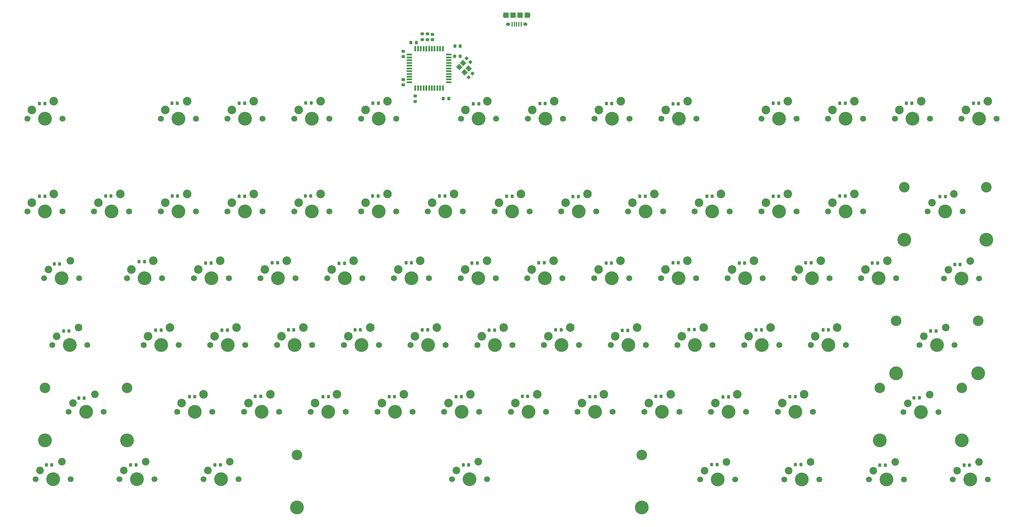
<source format=gbr>
%TF.GenerationSoftware,KiCad,Pcbnew,8.0.3*%
%TF.CreationDate,2024-06-29T11:43:37-07:00*%
%TF.ProjectId,CustomKeyboard,43757374-6f6d-44b6-9579-626f6172642e,rev?*%
%TF.SameCoordinates,Original*%
%TF.FileFunction,Soldermask,Bot*%
%TF.FilePolarity,Negative*%
%FSLAX46Y46*%
G04 Gerber Fmt 4.6, Leading zero omitted, Abs format (unit mm)*
G04 Created by KiCad (PCBNEW 8.0.3) date 2024-06-29 11:43:37*
%MOMM*%
%LPD*%
G01*
G04 APERTURE LIST*
G04 Aperture macros list*
%AMRoundRect*
0 Rectangle with rounded corners*
0 $1 Rounding radius*
0 $2 $3 $4 $5 $6 $7 $8 $9 X,Y pos of 4 corners*
0 Add a 4 corners polygon primitive as box body*
4,1,4,$2,$3,$4,$5,$6,$7,$8,$9,$2,$3,0*
0 Add four circle primitives for the rounded corners*
1,1,$1+$1,$2,$3*
1,1,$1+$1,$4,$5*
1,1,$1+$1,$6,$7*
1,1,$1+$1,$8,$9*
0 Add four rect primitives between the rounded corners*
20,1,$1+$1,$2,$3,$4,$5,0*
20,1,$1+$1,$4,$5,$6,$7,0*
20,1,$1+$1,$6,$7,$8,$9,0*
20,1,$1+$1,$8,$9,$2,$3,0*%
%AMRotRect*
0 Rectangle, with rotation*
0 The origin of the aperture is its center*
0 $1 length*
0 $2 width*
0 $3 Rotation angle, in degrees counterclockwise*
0 Add horizontal line*
21,1,$1,$2,0,0,$3*%
G04 Aperture macros list end*
%ADD10C,1.750000*%
%ADD11C,4.000000*%
%ADD12C,2.500000*%
%ADD13RoundRect,0.218750X0.218750X0.256250X-0.218750X0.256250X-0.218750X-0.256250X0.218750X-0.256250X0*%
%ADD14C,1.700000*%
%ADD15C,2.200000*%
%ADD16RoundRect,0.225000X0.250000X-0.225000X0.250000X0.225000X-0.250000X0.225000X-0.250000X-0.225000X0*%
%ADD17RoundRect,0.225000X0.335876X0.017678X0.017678X0.335876X-0.335876X-0.017678X-0.017678X-0.335876X0*%
%ADD18R,0.400000X1.350000*%
%ADD19O,0.890000X1.550000*%
%ADD20R,1.200000X1.550000*%
%ADD21O,1.250000X0.950000*%
%ADD22R,1.500000X1.550000*%
%ADD23C,3.050000*%
%ADD24RoundRect,0.225000X0.225000X0.250000X-0.225000X0.250000X-0.225000X-0.250000X0.225000X-0.250000X0*%
%ADD25RoundRect,0.225000X-0.017678X0.335876X-0.335876X0.017678X0.017678X-0.335876X0.335876X-0.017678X0*%
%ADD26RoundRect,0.225000X-0.250000X0.225000X-0.250000X-0.225000X0.250000X-0.225000X0.250000X0.225000X0*%
%ADD27RoundRect,0.225000X-0.225000X-0.250000X0.225000X-0.250000X0.225000X0.250000X-0.225000X0.250000X0*%
%ADD28RoundRect,0.200000X0.275000X-0.200000X0.275000X0.200000X-0.275000X0.200000X-0.275000X-0.200000X0*%
%ADD29R,0.550000X1.500000*%
%ADD30R,1.500000X0.550000*%
%ADD31RoundRect,0.200000X-0.275000X0.200000X-0.275000X-0.200000X0.275000X-0.200000X0.275000X0.200000X0*%
%ADD32RotRect,1.400000X1.200000X315.000000*%
%ADD33RoundRect,0.200000X0.200000X0.275000X-0.200000X0.275000X-0.200000X-0.275000X0.200000X-0.275000X0*%
G04 APERTURE END LIST*
D10*
%TO.C,SW_M1*%
X196670000Y-131100000D03*
D11*
X201750000Y-131100000D03*
D10*
X206830000Y-131100000D03*
D12*
X197940000Y-128560000D03*
X204290000Y-126020000D03*
%TD*%
D13*
%TO.C,D45*%
X119387500Y-41400000D03*
X117812500Y-41400000D03*
%TD*%
D10*
%TO.C,SW_F10*%
X269320000Y-46000000D03*
D11*
X274400000Y-46000000D03*
D10*
X279480000Y-46000000D03*
D12*
X270590000Y-43460000D03*
X276940000Y-40920000D03*
%TD*%
D10*
%TO.C,SW_F4*%
X133870000Y-46000000D03*
D11*
X138950000Y-46000000D03*
D10*
X144030000Y-46000000D03*
D12*
X135140000Y-43460000D03*
X141490000Y-40920000D03*
%TD*%
D14*
%TO.C,SW_LALT1*%
X88220000Y-150600000D03*
D11*
X93300000Y-150600000D03*
D14*
X98380000Y-150600000D03*
D15*
X95840000Y-145520000D03*
X89490000Y-148060000D03*
%TD*%
D10*
%TO.C,SW_0*%
X230620000Y-72900000D03*
D11*
X235700000Y-72900000D03*
D10*
X240780000Y-72900000D03*
D12*
X231890000Y-70360000D03*
X238240000Y-67820000D03*
%TD*%
D13*
%TO.C,D21*%
X165075000Y-146500000D03*
X163500000Y-146500000D03*
%TD*%
%TO.C,D13*%
X240387500Y-126800000D03*
X238812500Y-126800000D03*
%TD*%
D10*
%TO.C,SW_U1*%
X182120000Y-92300000D03*
D11*
X187200000Y-92300000D03*
D10*
X192280000Y-92300000D03*
D12*
X183390000Y-89760000D03*
X189740000Y-87220000D03*
%TD*%
D13*
%TO.C,D39*%
X254987500Y-68500000D03*
X253412500Y-68500000D03*
%TD*%
%TO.C,D67*%
X283687500Y-87900000D03*
X282112500Y-87900000D03*
%TD*%
D10*
%TO.C,SW_F6*%
X182245000Y-46000000D03*
D11*
X187325000Y-46000000D03*
D10*
X192405000Y-46000000D03*
D12*
X183515000Y-43460000D03*
X189865000Y-40920000D03*
%TD*%
D10*
%TO.C,SW_\u002C1*%
X216020000Y-131100000D03*
D11*
X221100000Y-131100000D03*
D10*
X226180000Y-131100000D03*
D12*
X217290000Y-128560000D03*
X223640000Y-126020000D03*
%TD*%
D13*
%TO.C,D53*%
X293587500Y-41500000D03*
X292012500Y-41500000D03*
%TD*%
D10*
%TO.C,SW_[1*%
X259520000Y-92300000D03*
D11*
X264600000Y-92300000D03*
D10*
X269680000Y-92300000D03*
D12*
X260790000Y-89760000D03*
X267140000Y-87220000D03*
%TD*%
D13*
%TO.C,D54*%
X312987500Y-41500000D03*
X311412500Y-41500000D03*
%TD*%
D16*
%TO.C,C3*%
X146100000Y-36175000D03*
X146100000Y-34625000D03*
%TD*%
D13*
%TO.C,D3*%
X85687500Y-126700000D03*
X84112500Y-126700000D03*
%TD*%
D10*
%TO.C,SW_H1*%
X167570000Y-111700000D03*
D11*
X172650000Y-111700000D03*
D10*
X177730000Y-111700000D03*
D12*
X168840000Y-109160000D03*
X175190000Y-106620000D03*
%TD*%
D13*
%TO.C,D23*%
X261387500Y-146400000D03*
X259812500Y-146400000D03*
%TD*%
%TO.C,D48*%
X187287500Y-41600000D03*
X185712500Y-41600000D03*
%TD*%
D10*
%TO.C,SW_P1*%
X240170000Y-92300000D03*
D11*
X245250000Y-92300000D03*
D10*
X250330000Y-92300000D03*
D12*
X241440000Y-89760000D03*
X247790000Y-87220000D03*
%TD*%
D13*
%TO.C,D26*%
X310287500Y-146600000D03*
X308712500Y-146600000D03*
%TD*%
%TO.C,D73*%
X133687500Y-107300000D03*
X132112500Y-107300000D03*
%TD*%
%TO.C,D49*%
X206587500Y-41600000D03*
X205012500Y-41600000D03*
%TD*%
D17*
%TO.C,C2*%
X165600000Y-29600000D03*
X164503984Y-28503984D03*
%TD*%
D13*
%TO.C,D51*%
X254987500Y-41500000D03*
X253412500Y-41500000D03*
%TD*%
D10*
%TO.C,SW_F5*%
X162895000Y-46000000D03*
D11*
X167975000Y-46000000D03*
D10*
X173055000Y-46000000D03*
D12*
X164165000Y-43460000D03*
X170515000Y-40920000D03*
%TD*%
D10*
%TO.C,SW_L1*%
X225620000Y-111700000D03*
D11*
X230700000Y-111700000D03*
D10*
X235780000Y-111700000D03*
D12*
X226890000Y-109160000D03*
X233240000Y-106620000D03*
%TD*%
D13*
%TO.C,D59*%
X129087500Y-88000000D03*
X127512500Y-88000000D03*
%TD*%
%TO.C,D46*%
X138887500Y-41500000D03*
X137312500Y-41500000D03*
%TD*%
D18*
%TO.C,J1*%
X177675000Y-18600000D03*
X178325000Y-18600000D03*
X178975000Y-18600000D03*
X179625000Y-18600000D03*
X180275000Y-18600000D03*
D19*
X175475000Y-15900000D03*
D20*
X176075000Y-15900000D03*
D21*
X176475000Y-18600000D03*
D22*
X177975000Y-15900000D03*
X179975000Y-15900000D03*
D21*
X181475000Y-18600000D03*
D20*
X181875000Y-15900000D03*
D19*
X182475000Y-15900000D03*
%TD*%
D13*
%TO.C,D62*%
X186987500Y-87800000D03*
X185412500Y-87800000D03*
%TD*%
D10*
%TO.C,SW_I1*%
X201470000Y-92300000D03*
D11*
X206550000Y-92300000D03*
D10*
X211630000Y-92300000D03*
D12*
X202740000Y-89760000D03*
X209090000Y-87220000D03*
%TD*%
D13*
%TO.C,D47*%
X167987500Y-41700000D03*
X166412500Y-41700000D03*
%TD*%
%TO.C,D20*%
X119287500Y-68400000D03*
X117712500Y-68400000D03*
%TD*%
D10*
%TO.C,SW_A1*%
X70820000Y-111700000D03*
D11*
X75900000Y-111700000D03*
D10*
X80980000Y-111700000D03*
D12*
X72090000Y-109160000D03*
X78440000Y-106620000D03*
%TD*%
D10*
%TO.C,SW_F8*%
X220945000Y-46000000D03*
D11*
X226025000Y-46000000D03*
D10*
X231105000Y-46000000D03*
D12*
X222215000Y-43460000D03*
X228565000Y-40920000D03*
%TD*%
D23*
%TO.C,SW_SPACE1*%
X115300000Y-143642500D03*
D11*
X115300000Y-158882500D03*
D14*
X160220000Y-150642500D03*
D11*
X165300000Y-150642500D03*
D14*
X170380000Y-150642500D03*
D23*
X215300000Y-143642500D03*
D11*
X215300000Y-158882500D03*
D15*
X167840000Y-145562500D03*
X161490000Y-148102500D03*
%TD*%
D10*
%TO.C,SW_W1*%
X85370000Y-92300000D03*
D11*
X90450000Y-92300000D03*
D10*
X95530000Y-92300000D03*
D12*
X86640000Y-89760000D03*
X92990000Y-87220000D03*
%TD*%
D13*
%TO.C,D10*%
X80687500Y-68400000D03*
X79112500Y-68400000D03*
%TD*%
%TO.C,D16*%
X295787500Y-127000000D03*
X294212500Y-127000000D03*
%TD*%
D10*
%TO.C,SW_V1*%
X138620000Y-131100000D03*
D11*
X143700000Y-131100000D03*
D10*
X148780000Y-131100000D03*
D12*
X139890000Y-128560000D03*
X146240000Y-126020000D03*
%TD*%
D10*
%TO.C,SW_ESC1*%
X37120000Y-46000000D03*
D11*
X42200000Y-46000000D03*
D10*
X47280000Y-46000000D03*
D12*
X38390000Y-43460000D03*
X44740000Y-40920000D03*
%TD*%
D10*
%TO.C,SW_6*%
X153220000Y-72900000D03*
D11*
X158300000Y-72900000D03*
D10*
X163380000Y-72900000D03*
D12*
X154490000Y-70360000D03*
X160840000Y-67820000D03*
%TD*%
D13*
%TO.C,D75*%
X172587500Y-107400000D03*
X171012500Y-107400000D03*
%TD*%
D10*
%TO.C,SW_N1*%
X177320000Y-131100000D03*
D11*
X182400000Y-131100000D03*
D10*
X187480000Y-131100000D03*
D12*
X178590000Y-128560000D03*
X184940000Y-126020000D03*
%TD*%
D13*
%TO.C,D9*%
X182187500Y-126600000D03*
X180612500Y-126600000D03*
%TD*%
%TO.C,D58*%
X109675000Y-87800000D03*
X108100000Y-87800000D03*
%TD*%
D10*
%TO.C,SW_4*%
X114520000Y-72900000D03*
D11*
X119600000Y-72900000D03*
D10*
X124680000Y-72900000D03*
D12*
X115790000Y-70360000D03*
X122140000Y-67820000D03*
%TD*%
D13*
%TO.C,D15*%
X259787500Y-126700000D03*
X258212500Y-126700000D03*
%TD*%
D14*
%TO.C,SW_LCTRL1*%
X39520000Y-150600000D03*
D11*
X44600000Y-150600000D03*
D14*
X49680000Y-150600000D03*
D15*
X47140000Y-145520000D03*
X40790000Y-148060000D03*
%TD*%
D14*
%TO.C,SW_RCTRL1*%
X305420000Y-150700000D03*
D11*
X310500000Y-150700000D03*
D14*
X315580000Y-150700000D03*
D15*
X313040000Y-145620000D03*
X306690000Y-148160000D03*
%TD*%
D10*
%TO.C,SW_F7*%
X201595000Y-46000000D03*
D11*
X206675000Y-46000000D03*
D10*
X211755000Y-46000000D03*
D12*
X202865000Y-43460000D03*
X209215000Y-40920000D03*
%TD*%
D14*
%TO.C,SW_TAB1*%
X41920000Y-92300000D03*
D11*
X47000000Y-92300000D03*
D14*
X52080000Y-92300000D03*
D15*
X49540000Y-87220000D03*
X43190000Y-89760000D03*
%TD*%
D24*
%TO.C,C6*%
X148325000Y-23900000D03*
X149875000Y-23900000D03*
%TD*%
D10*
%TO.C,SW_FKEY1*%
X128870000Y-111700000D03*
D11*
X133950000Y-111700000D03*
D10*
X139030000Y-111700000D03*
D12*
X130140000Y-109160000D03*
X136490000Y-106620000D03*
%TD*%
D13*
%TO.C,D66*%
X264375000Y-87800000D03*
X262800000Y-87800000D03*
%TD*%
D14*
%TO.C,SW_RALT1*%
X232220000Y-150700000D03*
D11*
X237300000Y-150700000D03*
D14*
X242380000Y-150700000D03*
D15*
X239840000Y-145620000D03*
X233490000Y-148160000D03*
%TD*%
D13*
%TO.C,D65*%
X245087500Y-87900000D03*
X243512500Y-87900000D03*
%TD*%
D25*
%TO.C,C1*%
X166148008Y-32851992D03*
X165051992Y-33948008D03*
%TD*%
D10*
%TO.C,SW_.1*%
X235370000Y-131100000D03*
D11*
X240450000Y-131100000D03*
D10*
X245530000Y-131100000D03*
D12*
X236640000Y-128560000D03*
X242990000Y-126020000D03*
%TD*%
D13*
%TO.C,D1*%
X42187500Y-68500000D03*
X40612500Y-68500000D03*
%TD*%
D26*
%TO.C,C7*%
X146100000Y-26425000D03*
X146100000Y-27975000D03*
%TD*%
D10*
%TO.C,SW_F9*%
X249970000Y-46000000D03*
D11*
X255050000Y-46000000D03*
D10*
X260130000Y-46000000D03*
D12*
X251240000Y-43460000D03*
X257590000Y-40920000D03*
%TD*%
D23*
%TO.C,SW_BACK1*%
X291380000Y-65900000D03*
D11*
X291380000Y-81140000D03*
D14*
X298200000Y-72900000D03*
D11*
X303280000Y-72900000D03*
D14*
X308360000Y-72900000D03*
D23*
X315180000Y-65900000D03*
D11*
X315180000Y-81140000D03*
D15*
X305820000Y-67820000D03*
X299470000Y-70360000D03*
%TD*%
D10*
%TO.C,SW_7*%
X172570000Y-72900000D03*
D11*
X177650000Y-72900000D03*
D10*
X182730000Y-72900000D03*
D12*
X173840000Y-70360000D03*
X180190000Y-67820000D03*
%TD*%
D10*
%TO.C,SW_/1*%
X254720000Y-131100000D03*
D11*
X259800000Y-131100000D03*
D10*
X264880000Y-131100000D03*
D12*
X255990000Y-128560000D03*
X262340000Y-126020000D03*
%TD*%
D13*
%TO.C,D14*%
X100087500Y-68500000D03*
X98512500Y-68500000D03*
%TD*%
D10*
%TO.C,SW_F1*%
X75820000Y-46000000D03*
D11*
X80900000Y-46000000D03*
D10*
X85980000Y-46000000D03*
D12*
X77090000Y-43460000D03*
X83440000Y-40920000D03*
%TD*%
D10*
%TO.C,SW_S1*%
X90170000Y-111700000D03*
D11*
X95250000Y-111700000D03*
D10*
X100330000Y-111700000D03*
D12*
X91440000Y-109160000D03*
X97790000Y-106620000D03*
%TD*%
D10*
%TO.C,SW_F3*%
X114520000Y-46000000D03*
D11*
X119600000Y-46000000D03*
D10*
X124680000Y-46000000D03*
D12*
X115790000Y-43460000D03*
X122140000Y-40920000D03*
%TD*%
D13*
%TO.C,D25*%
X138787500Y-68400000D03*
X137212500Y-68400000D03*
%TD*%
%TO.C,D71*%
X95087500Y-107400000D03*
X93512500Y-107400000D03*
%TD*%
D14*
%TO.C,SW_CAPS1*%
X44300000Y-111680000D03*
D11*
X49380000Y-111680000D03*
D14*
X54460000Y-111680000D03*
D15*
X51920000Y-106600000D03*
X45570000Y-109140000D03*
%TD*%
D13*
%TO.C,D37*%
X216287500Y-68500000D03*
X214712500Y-68500000D03*
%TD*%
D10*
%TO.C,SW_3*%
X95170000Y-72900000D03*
D11*
X100250000Y-72900000D03*
D10*
X105330000Y-72900000D03*
D12*
X96440000Y-70360000D03*
X102790000Y-67820000D03*
%TD*%
D27*
%TO.C,C4*%
X157721000Y-40132000D03*
X159271000Y-40132000D03*
%TD*%
D13*
%TO.C,D81*%
X300587500Y-107600000D03*
X299012500Y-107600000D03*
%TD*%
D28*
%TO.C,R13*%
X151600000Y-23025000D03*
X151600000Y-21375000D03*
%TD*%
D13*
%TO.C,D42*%
X42187500Y-41600000D03*
X40612500Y-41600000D03*
%TD*%
D29*
%TO.C,U1*%
X149600000Y-25700000D03*
X150400000Y-25700000D03*
X151200000Y-25700000D03*
X152000000Y-25700000D03*
X152800000Y-25700000D03*
X153600000Y-25700000D03*
X154400000Y-25700000D03*
X155200000Y-25700000D03*
X156000000Y-25700000D03*
X156800000Y-25700000D03*
X157600000Y-25700000D03*
D30*
X159300000Y-27400000D03*
X159300000Y-28200000D03*
X159300000Y-29000000D03*
X159300000Y-29800000D03*
X159300000Y-30600000D03*
X159300000Y-31400000D03*
X159300000Y-32200000D03*
X159300000Y-33000000D03*
X159300000Y-33800000D03*
X159300000Y-34600000D03*
X159300000Y-35400000D03*
D29*
X157600000Y-37100000D03*
X156800000Y-37100000D03*
X156000000Y-37100000D03*
X155200000Y-37100000D03*
X154400000Y-37100000D03*
X153600000Y-37100000D03*
X152800000Y-37100000D03*
X152000000Y-37100000D03*
X151200000Y-37100000D03*
X150400000Y-37100000D03*
X149600000Y-37100000D03*
D30*
X147900000Y-35400000D03*
X147900000Y-34600000D03*
X147900000Y-33800000D03*
X147900000Y-33000000D03*
X147900000Y-32200000D03*
X147900000Y-31400000D03*
X147900000Y-30600000D03*
X147900000Y-29800000D03*
X147900000Y-29000000D03*
X147900000Y-28200000D03*
X147900000Y-27400000D03*
%TD*%
D13*
%TO.C,D63*%
X206487500Y-87900000D03*
X204912500Y-87900000D03*
%TD*%
D23*
%TO.C,SW_ENTER1*%
X288980000Y-104700000D03*
D11*
X288980000Y-119940000D03*
D14*
X295800000Y-111700000D03*
D11*
X300880000Y-111700000D03*
D14*
X305960000Y-111700000D03*
D23*
X312780000Y-104700000D03*
D11*
X312780000Y-119940000D03*
D15*
X303420000Y-106620000D03*
X297070000Y-109160000D03*
%TD*%
D13*
%TO.C,D11*%
X201775000Y-126700000D03*
X200200000Y-126700000D03*
%TD*%
%TO.C,D64*%
X225887500Y-87800000D03*
X224312500Y-87800000D03*
%TD*%
D10*
%TO.C,SW_-1*%
X249970000Y-72900000D03*
D11*
X255050000Y-72900000D03*
D10*
X260130000Y-72900000D03*
D12*
X251240000Y-70360000D03*
X257590000Y-67820000D03*
%TD*%
D10*
%TO.C,SW_Q1*%
X66020000Y-92300000D03*
D11*
X71100000Y-92300000D03*
D10*
X76180000Y-92300000D03*
D12*
X67290000Y-89760000D03*
X73640000Y-87220000D03*
%TD*%
D13*
%TO.C,D38*%
X235687500Y-68500000D03*
X234112500Y-68500000D03*
%TD*%
D10*
%TO.C,SW_1*%
X56470000Y-72900000D03*
D11*
X61550000Y-72900000D03*
D10*
X66630000Y-72900000D03*
D12*
X57740000Y-70360000D03*
X64090000Y-67820000D03*
%TD*%
D10*
%TO.C,SW_E1*%
X104720000Y-92300000D03*
D11*
X109800000Y-92300000D03*
D10*
X114880000Y-92300000D03*
D12*
X105990000Y-89760000D03*
X112340000Y-87220000D03*
%TD*%
D13*
%TO.C,D68*%
X307587500Y-88300000D03*
X306012500Y-88300000D03*
%TD*%
%TO.C,D18*%
X68587500Y-146500000D03*
X67012500Y-146500000D03*
%TD*%
%TO.C,D76*%
X191887500Y-107300000D03*
X190312500Y-107300000D03*
%TD*%
D14*
%TO.C,SW_LWIN1*%
X63820000Y-150600000D03*
D11*
X68900000Y-150600000D03*
D14*
X73980000Y-150600000D03*
D15*
X71440000Y-145520000D03*
X65090000Y-148060000D03*
%TD*%
D13*
%TO.C,D17*%
X44187500Y-146500000D03*
X42612500Y-146500000D03*
%TD*%
%TO.C,D60*%
X148487500Y-87800000D03*
X146912500Y-87800000D03*
%TD*%
%TO.C,D72*%
X114375000Y-107300000D03*
X112800000Y-107300000D03*
%TD*%
%TO.C,D52*%
X274287500Y-41500000D03*
X272712500Y-41500000D03*
%TD*%
%TO.C,D6*%
X124387500Y-126700000D03*
X122812500Y-126700000D03*
%TD*%
%TO.C,D77*%
X211187500Y-107500000D03*
X209612500Y-107500000D03*
%TD*%
D10*
%TO.C,SW_B1*%
X157970000Y-131100000D03*
D11*
X163050000Y-131100000D03*
D10*
X168130000Y-131100000D03*
D12*
X159240000Y-128560000D03*
X165590000Y-126020000D03*
%TD*%
D13*
%TO.C,D43*%
X80587500Y-41500000D03*
X79012500Y-41500000D03*
%TD*%
D10*
%TO.C,SW_T1*%
X143420000Y-92300000D03*
D11*
X148500000Y-92300000D03*
D10*
X153580000Y-92300000D03*
D12*
X144690000Y-89760000D03*
X151040000Y-87220000D03*
%TD*%
D13*
%TO.C,D50*%
X225887500Y-41700000D03*
X224312500Y-41700000D03*
%TD*%
%TO.C,D80*%
X269387500Y-107300000D03*
X267812500Y-107300000D03*
%TD*%
D10*
%TO.C,SW_J1*%
X186920000Y-111700000D03*
D11*
X192000000Y-111700000D03*
D10*
X197080000Y-111700000D03*
D12*
X188190000Y-109160000D03*
X194540000Y-106620000D03*
%TD*%
D13*
%TO.C,D4*%
X104787500Y-126600000D03*
X103212500Y-126600000D03*
%TD*%
%TO.C,D57*%
X90387500Y-87900000D03*
X88812500Y-87900000D03*
%TD*%
%TO.C,D40*%
X274275000Y-68400000D03*
X272700000Y-68400000D03*
%TD*%
D14*
%TO.C,SW_RC1*%
X281120000Y-150700000D03*
D11*
X286200000Y-150700000D03*
D14*
X291280000Y-150700000D03*
D15*
X288740000Y-145620000D03*
X282390000Y-148160000D03*
%TD*%
D10*
%TO.C,SW_F12*%
X308020000Y-46000000D03*
D11*
X313100000Y-46000000D03*
D10*
X318180000Y-46000000D03*
D12*
X309290000Y-43460000D03*
X315640000Y-40920000D03*
%TD*%
D13*
%TO.C,D5*%
X61375000Y-68400000D03*
X59800000Y-68400000D03*
%TD*%
%TO.C,D22*%
X237087500Y-146400000D03*
X235512500Y-146400000D03*
%TD*%
%TO.C,D41*%
X303287500Y-68600000D03*
X301712500Y-68600000D03*
%TD*%
%TO.C,D69*%
X49187500Y-107600000D03*
X47612500Y-107600000D03*
%TD*%
D10*
%TO.C,SW_'1*%
X264320000Y-111700000D03*
D11*
X269400000Y-111700000D03*
D10*
X274480000Y-111700000D03*
D12*
X265590000Y-109160000D03*
X271940000Y-106620000D03*
%TD*%
D10*
%TO.C,SW_9*%
X211270000Y-72900000D03*
D11*
X216350000Y-72900000D03*
D10*
X221430000Y-72900000D03*
D12*
X212540000Y-70360000D03*
X218890000Y-67820000D03*
%TD*%
D13*
%TO.C,D36*%
X196887500Y-68600000D03*
X195312500Y-68600000D03*
%TD*%
D10*
%TO.C,SW_8*%
X191920000Y-72900000D03*
D11*
X197000000Y-72900000D03*
D10*
X202080000Y-72900000D03*
D12*
X193190000Y-70360000D03*
X199540000Y-67820000D03*
%TD*%
D13*
%TO.C,D35*%
X177687500Y-68500000D03*
X176112500Y-68500000D03*
%TD*%
%TO.C,D12*%
X220887500Y-126600000D03*
X219312500Y-126600000D03*
%TD*%
D10*
%TO.C,SW_5*%
X133870000Y-72900000D03*
D11*
X138950000Y-72900000D03*
D10*
X144030000Y-72900000D03*
D12*
X135140000Y-70360000D03*
X141490000Y-67820000D03*
%TD*%
D14*
%TO.C,SW_\u005C1*%
X302920000Y-92400000D03*
D11*
X308000000Y-92400000D03*
D14*
X313080000Y-92400000D03*
D15*
X310540000Y-87320000D03*
X304190000Y-89860000D03*
%TD*%
D10*
%TO.C,SW_O1*%
X220820000Y-92300000D03*
D11*
X225900000Y-92300000D03*
D10*
X230980000Y-92300000D03*
D12*
X222090000Y-89760000D03*
X228440000Y-87220000D03*
%TD*%
D13*
%TO.C,D79*%
X249987500Y-107300000D03*
X248412500Y-107300000D03*
%TD*%
D10*
%TO.C,SW_;1*%
X244970000Y-111700000D03*
D11*
X250050000Y-111700000D03*
D10*
X255130000Y-111700000D03*
D12*
X246240000Y-109160000D03*
X252590000Y-106620000D03*
%TD*%
D13*
%TO.C,D44*%
X100087500Y-41500000D03*
X98512500Y-41500000D03*
%TD*%
D10*
%TO.C,SW_K1*%
X206270000Y-111700000D03*
D11*
X211350000Y-111700000D03*
D10*
X216430000Y-111700000D03*
D12*
X207540000Y-109160000D03*
X213890000Y-106620000D03*
%TD*%
D10*
%TO.C,SW_F2*%
X95170000Y-46000000D03*
D11*
X100250000Y-46000000D03*
D10*
X105330000Y-46000000D03*
D12*
X96440000Y-43460000D03*
X102790000Y-40920000D03*
%TD*%
D13*
%TO.C,D55*%
X46487500Y-88200000D03*
X44912500Y-88200000D03*
%TD*%
%TO.C,D56*%
X71087500Y-87500000D03*
X69512500Y-87500000D03*
%TD*%
%TO.C,D2*%
X53587500Y-127100000D03*
X52012500Y-127100000D03*
%TD*%
D31*
%TO.C,R12*%
X153100000Y-21375000D03*
X153100000Y-23025000D03*
%TD*%
D13*
%TO.C,D24*%
X285887500Y-146600000D03*
X284312500Y-146600000D03*
%TD*%
D14*
%TO.C,SW_RWIN1*%
X256620000Y-150700000D03*
D11*
X261700000Y-150700000D03*
D14*
X266780000Y-150700000D03*
D15*
X264240000Y-145620000D03*
X257890000Y-148160000D03*
%TD*%
D10*
%TO.C,SW_]1*%
X278870000Y-92300000D03*
D11*
X283950000Y-92300000D03*
D10*
X289030000Y-92300000D03*
D12*
X280140000Y-89760000D03*
X286490000Y-87220000D03*
%TD*%
D10*
%TO.C,SW_X1*%
X99920000Y-131100000D03*
D11*
X105000000Y-131100000D03*
D10*
X110080000Y-131100000D03*
D12*
X101190000Y-128560000D03*
X107540000Y-126020000D03*
%TD*%
D32*
%TO.C,Y2*%
X163487868Y-29856497D03*
X165043503Y-31412132D03*
X163912132Y-32543503D03*
X162356497Y-30987868D03*
%TD*%
D13*
%TO.C,D31*%
X158187500Y-68400000D03*
X156612500Y-68400000D03*
%TD*%
D27*
%TO.C,C5*%
X161100000Y-24900000D03*
X162650000Y-24900000D03*
%TD*%
D33*
%TO.C,R10*%
X162625000Y-27900000D03*
X160975000Y-27900000D03*
%TD*%
D10*
%TO.C,SW_G1*%
X148220000Y-111700000D03*
D11*
X153300000Y-111700000D03*
D10*
X158380000Y-111700000D03*
D12*
X149490000Y-109160000D03*
X155840000Y-106620000D03*
%TD*%
D31*
%TO.C,R11*%
X149600000Y-39375000D03*
X149600000Y-41025000D03*
%TD*%
D10*
%TO.C,SW_TILDE1*%
X37120000Y-72900000D03*
D11*
X42200000Y-72900000D03*
D10*
X47280000Y-72900000D03*
D12*
X38390000Y-70360000D03*
X44740000Y-67820000D03*
%TD*%
D10*
%TO.C,SW_2*%
X75820000Y-72900000D03*
D11*
X80900000Y-72900000D03*
D10*
X85980000Y-72900000D03*
D12*
X77090000Y-70360000D03*
X83440000Y-67820000D03*
%TD*%
D10*
%TO.C,SW_Y1*%
X162770000Y-92300000D03*
D11*
X167850000Y-92300000D03*
D10*
X172930000Y-92300000D03*
D12*
X164040000Y-89760000D03*
X170390000Y-87220000D03*
%TD*%
D13*
%TO.C,D78*%
X230487500Y-107200000D03*
X228912500Y-107200000D03*
%TD*%
D10*
%TO.C,SW_D1*%
X109520000Y-111700000D03*
D11*
X114600000Y-111700000D03*
D10*
X119680000Y-111700000D03*
D12*
X110790000Y-109160000D03*
X117140000Y-106620000D03*
%TD*%
D10*
%TO.C,SW_C1*%
X119270000Y-131100000D03*
D11*
X124350000Y-131100000D03*
D10*
X129430000Y-131100000D03*
D12*
X120540000Y-128560000D03*
X126890000Y-126020000D03*
%TD*%
D10*
%TO.C,SW_=1*%
X269320000Y-72900000D03*
D11*
X274400000Y-72900000D03*
D10*
X279480000Y-72900000D03*
D12*
X270590000Y-70360000D03*
X276940000Y-67820000D03*
%TD*%
D10*
%TO.C,SW_Z1*%
X80570000Y-131100000D03*
D11*
X85650000Y-131100000D03*
D10*
X90730000Y-131100000D03*
D12*
X81840000Y-128560000D03*
X88190000Y-126020000D03*
%TD*%
D13*
%TO.C,D8*%
X162987500Y-126700000D03*
X161412500Y-126700000D03*
%TD*%
D23*
%TO.C,SW_RSHIFT1*%
X284300000Y-124160000D03*
D11*
X284300000Y-139400000D03*
D14*
X291120000Y-131160000D03*
D11*
X296200000Y-131160000D03*
D14*
X301280000Y-131160000D03*
D23*
X308100000Y-124160000D03*
D11*
X308100000Y-139400000D03*
D15*
X298740000Y-126080000D03*
X292390000Y-128620000D03*
%TD*%
D13*
%TO.C,D74*%
X153187500Y-107300000D03*
X151612500Y-107300000D03*
%TD*%
%TO.C,D7*%
X143587500Y-126700000D03*
X142012500Y-126700000D03*
%TD*%
%TO.C,D61*%
X167587500Y-87900000D03*
X166012500Y-87900000D03*
%TD*%
D10*
%TO.C,SW_R1*%
X124070000Y-92300000D03*
D11*
X129150000Y-92300000D03*
D10*
X134230000Y-92300000D03*
D12*
X125340000Y-89760000D03*
X131690000Y-87220000D03*
%TD*%
D13*
%TO.C,D19*%
X93087500Y-146500000D03*
X91512500Y-146500000D03*
%TD*%
D26*
%TO.C,C8*%
X154600000Y-21525000D03*
X154600000Y-23075000D03*
%TD*%
D10*
%TO.C,SW_F11*%
X288670000Y-46000000D03*
D11*
X293750000Y-46000000D03*
D10*
X298830000Y-46000000D03*
D12*
X289940000Y-43460000D03*
X296290000Y-40920000D03*
%TD*%
D23*
%TO.C,SW_LSHIFT1*%
X42220000Y-124100000D03*
D11*
X42220000Y-139340000D03*
D14*
X49040000Y-131100000D03*
D11*
X54120000Y-131100000D03*
D14*
X59200000Y-131100000D03*
D23*
X66020000Y-124100000D03*
D11*
X66020000Y-139340000D03*
D15*
X56660000Y-126020000D03*
X50310000Y-128560000D03*
%TD*%
D13*
%TO.C,D70*%
X75887500Y-107400000D03*
X74312500Y-107400000D03*
%TD*%
M02*

</source>
